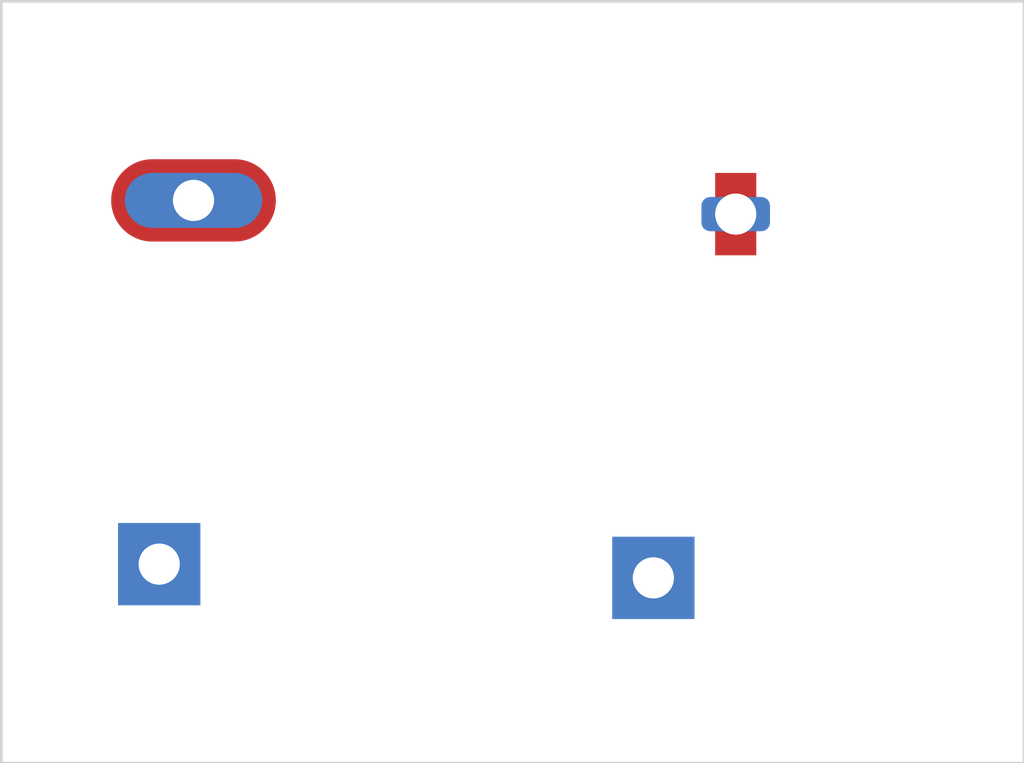
<source format=kicad_pcb>
(kicad_pcb (version 20240922) (generator "pcbnew") (generator_version "8.99")
  (layers (0 "F.Cu" signal "Top Layer") (4 "In1.Cu" signal "Inner 1") (6 "In2.Cu" signal "Inner 2") (2 "B.Cu" signal "Bottom Layer") (13 "F.Paste" user "Top Paste") (15 "B.Paste" user "Bottom Paste") (5 "F.SilkS" user "Top Overlay") (7 "B.SilkS" user "Bottom Overlay") (1 "F.Mask" user "Top Solder") (3 "B.Mask" user "Bottom Solder"))
  (net 0 "")
  (footprint "" (layer "F.Cu") (at 141.9606 108.3691)
    (property "Reference" "" (at 0 0 0) (layer "F.SilkS") (effects (font (size 1.27 1.27))))
    (property "Value" "")
    (pad "3" thru_hole rect (at 0 0) (size 0.762 0.762) (drill 0.762) (layers "*.Cu" "*.Mask") (padstack (mode custom) (layer "F.Cu" (shape rect) (size 0.762 0.762)) (layer "In1.Cu" (shape rect) (size 1.016 1.016)) (layer "In2.Cu" (shape rect) (size 1.27 -1.27)) (layer "B.Cu" (shape rect) (size 1.524 1.524))))
  )
  (footprint "" (layer "F.Cu") (at 142.5956 101.6381)
    (property "Reference" "" (at 0 0 0) (layer "F.SilkS") (effects (font (size 1.27 1.27))))
    (property "Value" "")
    (pad "1" thru_hole oval (at 0 0) (size 3.048 1.524) (drill 0.762) (layers "*.Cu" "*.Mask") (padstack (mode front_inner_back) (layer "Inner" (shape oval) (size 1.27 1.27)) (layer "B.Cu" (shape oval) (size 2.54 1.016))))
  )
  (footprint "" (layer "F.Cu") (at 152.6286 101.8921)
    (property "Reference" "" (at 0 0 0) (layer "F.SilkS") (effects (font (size 1.27 1.27))))
    (property "Value" "")
    (pad "2" thru_hole rect (at 0 0) (size 0.762 1.524) (drill 0.762) (layers "*.Cu" "*.Mask") (padstack (mode front_inner_back) (layer "Inner" (shape roundrect) (size 1.016 1.016) (chamfer_ratio 0.25) (chamfer top_left top_right bottom_left bottom_right)) (layer "B.Cu" (shape roundrect) (size 1.27 0.635))))
  )
  (footprint "" (layer "F.Cu") (at 151.1046 108.6231)
    (property "Reference" "" (at 0 0 0) (layer "F.SilkS") (effects (font (size 1.27 1.27))))
    (property "Value" "")
    (pad "4" thru_hole rect (at 0 0) (size 0.762 0.762) (drill 0.762) (layers "*.Cu" "*.Mask") (padstack (mode custom) (layer "F.Cu" (shape rect) (size 0.762 0.762)) (layer "In1.Cu" (shape rect) (size 1.016 1.016)) (layer "In2.Cu" (shape rect) (size 1.27 -1.27)) (layer "B.Cu" (shape rect) (size 1.524 1.524))))
  )
  (gr_line (start 139.0396 97.9551) (end 157.9626 97.9551) (stroke (width 0.05)) (layer "Edge.Cuts"))
  (gr_line (start 157.9626 97.9551) (end 157.9626 112.0521) (stroke (width 0.05)) (layer "Edge.Cuts"))
  (gr_line (start 139.0396 112.0521) (end 139.0396 97.9551) (stroke (width 0.05)) (layer "Edge.Cuts"))
  (gr_line (start 157.9626 112.0521) (end 139.0396 112.0521) (stroke (width 0.05)) (layer "Edge.Cuts"))
)
</source>
